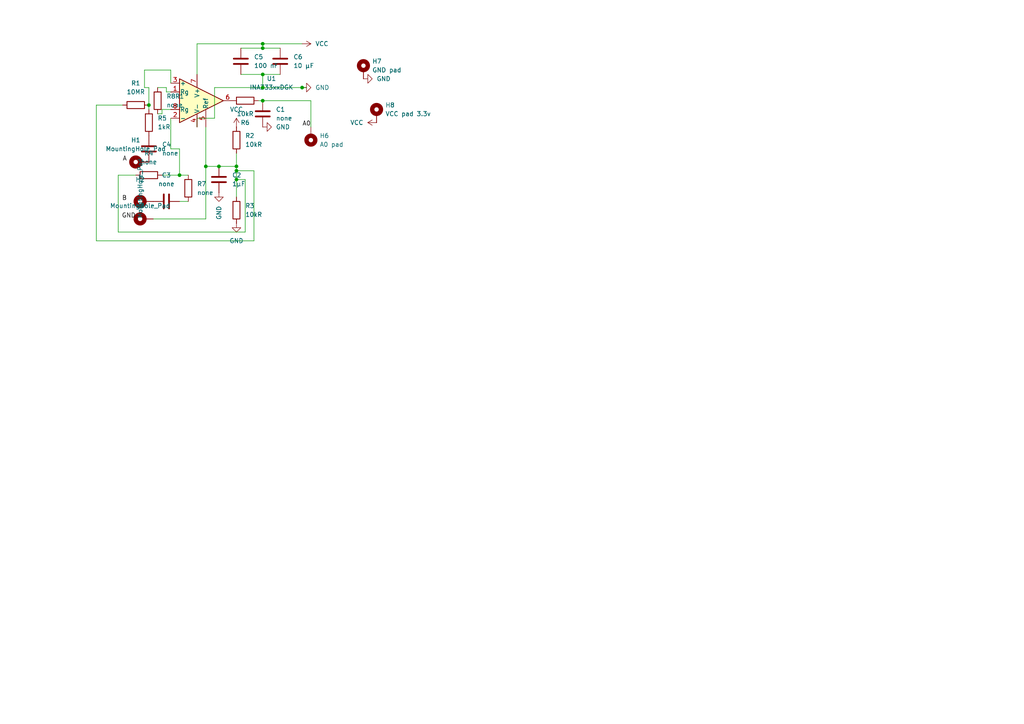
<source format=kicad_sch>
(kicad_sch
	(version 20250114)
	(generator "eeschema")
	(generator_version "9.0")
	(uuid "da7253fd-7f15-407b-9238-63da89b9dcaf")
	(paper "A4")
	(lib_symbols
		(symbol "Amplifier_Instrumentation:INA333xxDGK"
			(pin_names
				(offset 0.127)
			)
			(exclude_from_sim no)
			(in_bom yes)
			(on_board yes)
			(property "Reference" "U"
				(at 3.81 3.175 0)
				(effects
					(font
						(size 1.27 1.27)
					)
					(justify left)
				)
			)
			(property "Value" "INA333xxDGK"
				(at 3.81 -3.175 0)
				(effects
					(font
						(size 1.27 1.27)
					)
					(justify left)
				)
			)
			(property "Footprint" "Package_SO:VSSOP-8_3x3mm_P0.65mm"
				(at 0 -7.62 0)
				(effects
					(font
						(size 1.27 1.27)
					)
					(hide yes)
				)
			)
			(property "Datasheet" "https://www.ti.com/lit/ds/symlink/ina333.pdf"
				(at 2.54 0 0)
				(effects
					(font
						(size 1.27 1.27)
					)
					(hide yes)
				)
			)
			(property "Description" "Zero Drift, Micropower Instrumentation Amplifier G = 1 + 100kOhm/Rg, VSSOP-8"
				(at 0 0 0)
				(effects
					(font
						(size 1.27 1.27)
					)
					(hide yes)
				)
			)
			(property "ki_keywords" "instrumentation opamp amplifier"
				(at 0 0 0)
				(effects
					(font
						(size 1.27 1.27)
					)
					(hide yes)
				)
			)
			(property "ki_fp_filters" "VSSOP*3x3mm*P0.65mm*"
				(at 0 0 0)
				(effects
					(font
						(size 1.27 1.27)
					)
					(hide yes)
				)
			)
			(symbol "INA333xxDGK_0_1"
				(polyline
					(pts
						(xy 7.62 0) (xy -5.08 6.35) (xy -5.08 -6.35) (xy 7.62 0)
					)
					(stroke
						(width 0.254)
						(type default)
					)
					(fill
						(type background)
					)
				)
			)
			(symbol "INA333xxDGK_1_1"
				(pin input line
					(at -7.62 5.08 0)
					(length 2.54)
					(name "+"
						(effects
							(font
								(size 1.27 1.27)
							)
						)
					)
					(number "3"
						(effects
							(font
								(size 1.27 1.27)
							)
						)
					)
				)
				(pin passive line
					(at -7.62 2.54 0)
					(length 2.54)
					(name "Rg"
						(effects
							(font
								(size 1.27 1.27)
							)
						)
					)
					(number "1"
						(effects
							(font
								(size 1.27 1.27)
							)
						)
					)
				)
				(pin passive line
					(at -7.62 -2.54 0)
					(length 2.54)
					(name "Rg"
						(effects
							(font
								(size 1.27 1.27)
							)
						)
					)
					(number "8"
						(effects
							(font
								(size 1.27 1.27)
							)
						)
					)
				)
				(pin input line
					(at -7.62 -5.08 0)
					(length 2.54)
					(name "-"
						(effects
							(font
								(size 1.27 1.27)
							)
						)
					)
					(number "2"
						(effects
							(font
								(size 1.27 1.27)
							)
						)
					)
				)
				(pin power_in line
					(at 0 7.62 270)
					(length 3.81)
					(name "V+"
						(effects
							(font
								(size 1.27 1.27)
							)
						)
					)
					(number "7"
						(effects
							(font
								(size 1.27 1.27)
							)
						)
					)
				)
				(pin power_in line
					(at 0 -7.62 90)
					(length 3.81)
					(name "V-"
						(effects
							(font
								(size 1.27 1.27)
							)
						)
					)
					(number "4"
						(effects
							(font
								(size 1.27 1.27)
							)
						)
					)
				)
				(pin input line
					(at 2.54 -7.62 90)
					(length 5.08)
					(name "Ref"
						(effects
							(font
								(size 1.27 1.27)
							)
						)
					)
					(number "5"
						(effects
							(font
								(size 1.27 1.27)
							)
						)
					)
				)
				(pin output line
					(at 10.16 0 180)
					(length 2.54)
					(name "~"
						(effects
							(font
								(size 1.27 1.27)
							)
						)
					)
					(number "6"
						(effects
							(font
								(size 1.27 1.27)
							)
						)
					)
				)
			)
			(embedded_fonts no)
		)
		(symbol "Device:C"
			(pin_numbers
				(hide yes)
			)
			(pin_names
				(offset 0.254)
			)
			(exclude_from_sim no)
			(in_bom yes)
			(on_board yes)
			(property "Reference" "C"
				(at 0.635 2.54 0)
				(effects
					(font
						(size 1.27 1.27)
					)
					(justify left)
				)
			)
			(property "Value" "C"
				(at 0.635 -2.54 0)
				(effects
					(font
						(size 1.27 1.27)
					)
					(justify left)
				)
			)
			(property "Footprint" ""
				(at 0.9652 -3.81 0)
				(effects
					(font
						(size 1.27 1.27)
					)
					(hide yes)
				)
			)
			(property "Datasheet" "~"
				(at 0 0 0)
				(effects
					(font
						(size 1.27 1.27)
					)
					(hide yes)
				)
			)
			(property "Description" "Unpolarized capacitor"
				(at 0 0 0)
				(effects
					(font
						(size 1.27 1.27)
					)
					(hide yes)
				)
			)
			(property "ki_keywords" "cap capacitor"
				(at 0 0 0)
				(effects
					(font
						(size 1.27 1.27)
					)
					(hide yes)
				)
			)
			(property "ki_fp_filters" "C_*"
				(at 0 0 0)
				(effects
					(font
						(size 1.27 1.27)
					)
					(hide yes)
				)
			)
			(symbol "C_0_1"
				(polyline
					(pts
						(xy -2.032 0.762) (xy 2.032 0.762)
					)
					(stroke
						(width 0.508)
						(type default)
					)
					(fill
						(type none)
					)
				)
				(polyline
					(pts
						(xy -2.032 -0.762) (xy 2.032 -0.762)
					)
					(stroke
						(width 0.508)
						(type default)
					)
					(fill
						(type none)
					)
				)
			)
			(symbol "C_1_1"
				(pin passive line
					(at 0 3.81 270)
					(length 2.794)
					(name "~"
						(effects
							(font
								(size 1.27 1.27)
							)
						)
					)
					(number "1"
						(effects
							(font
								(size 1.27 1.27)
							)
						)
					)
				)
				(pin passive line
					(at 0 -3.81 90)
					(length 2.794)
					(name "~"
						(effects
							(font
								(size 1.27 1.27)
							)
						)
					)
					(number "2"
						(effects
							(font
								(size 1.27 1.27)
							)
						)
					)
				)
			)
			(embedded_fonts no)
		)
		(symbol "Device:R"
			(pin_numbers
				(hide yes)
			)
			(pin_names
				(offset 0)
			)
			(exclude_from_sim no)
			(in_bom yes)
			(on_board yes)
			(property "Reference" "R"
				(at 2.032 0 90)
				(effects
					(font
						(size 1.27 1.27)
					)
				)
			)
			(property "Value" "R"
				(at 0 0 90)
				(effects
					(font
						(size 1.27 1.27)
					)
				)
			)
			(property "Footprint" ""
				(at -1.778 0 90)
				(effects
					(font
						(size 1.27 1.27)
					)
					(hide yes)
				)
			)
			(property "Datasheet" "~"
				(at 0 0 0)
				(effects
					(font
						(size 1.27 1.27)
					)
					(hide yes)
				)
			)
			(property "Description" "Resistor"
				(at 0 0 0)
				(effects
					(font
						(size 1.27 1.27)
					)
					(hide yes)
				)
			)
			(property "ki_keywords" "R res resistor"
				(at 0 0 0)
				(effects
					(font
						(size 1.27 1.27)
					)
					(hide yes)
				)
			)
			(property "ki_fp_filters" "R_*"
				(at 0 0 0)
				(effects
					(font
						(size 1.27 1.27)
					)
					(hide yes)
				)
			)
			(symbol "R_0_1"
				(rectangle
					(start -1.016 -2.54)
					(end 1.016 2.54)
					(stroke
						(width 0.254)
						(type default)
					)
					(fill
						(type none)
					)
				)
			)
			(symbol "R_1_1"
				(pin passive line
					(at 0 3.81 270)
					(length 1.27)
					(name "~"
						(effects
							(font
								(size 1.27 1.27)
							)
						)
					)
					(number "1"
						(effects
							(font
								(size 1.27 1.27)
							)
						)
					)
				)
				(pin passive line
					(at 0 -3.81 90)
					(length 1.27)
					(name "~"
						(effects
							(font
								(size 1.27 1.27)
							)
						)
					)
					(number "2"
						(effects
							(font
								(size 1.27 1.27)
							)
						)
					)
				)
			)
			(embedded_fonts no)
		)
		(symbol "Mechanical:MountingHole_Pad"
			(pin_numbers
				(hide yes)
			)
			(pin_names
				(offset 1.016)
				(hide yes)
			)
			(exclude_from_sim no)
			(in_bom no)
			(on_board yes)
			(property "Reference" "H"
				(at 0 6.35 0)
				(effects
					(font
						(size 1.27 1.27)
					)
				)
			)
			(property "Value" "MountingHole_Pad"
				(at 0 4.445 0)
				(effects
					(font
						(size 1.27 1.27)
					)
				)
			)
			(property "Footprint" ""
				(at 0 0 0)
				(effects
					(font
						(size 1.27 1.27)
					)
					(hide yes)
				)
			)
			(property "Datasheet" "~"
				(at 0 0 0)
				(effects
					(font
						(size 1.27 1.27)
					)
					(hide yes)
				)
			)
			(property "Description" "Mounting Hole with connection"
				(at 0 0 0)
				(effects
					(font
						(size 1.27 1.27)
					)
					(hide yes)
				)
			)
			(property "ki_keywords" "mounting hole"
				(at 0 0 0)
				(effects
					(font
						(size 1.27 1.27)
					)
					(hide yes)
				)
			)
			(property "ki_fp_filters" "MountingHole*Pad*"
				(at 0 0 0)
				(effects
					(font
						(size 1.27 1.27)
					)
					(hide yes)
				)
			)
			(symbol "MountingHole_Pad_0_1"
				(circle
					(center 0 1.27)
					(radius 1.27)
					(stroke
						(width 1.27)
						(type default)
					)
					(fill
						(type none)
					)
				)
			)
			(symbol "MountingHole_Pad_1_1"
				(pin input line
					(at 0 -2.54 90)
					(length 2.54)
					(name "1"
						(effects
							(font
								(size 1.27 1.27)
							)
						)
					)
					(number "1"
						(effects
							(font
								(size 1.27 1.27)
							)
						)
					)
				)
			)
			(embedded_fonts no)
		)
		(symbol "power:GND"
			(power)
			(pin_numbers
				(hide yes)
			)
			(pin_names
				(offset 0)
				(hide yes)
			)
			(exclude_from_sim no)
			(in_bom yes)
			(on_board yes)
			(property "Reference" "#PWR"
				(at 0 -6.35 0)
				(effects
					(font
						(size 1.27 1.27)
					)
					(hide yes)
				)
			)
			(property "Value" "GND"
				(at 0 -3.81 0)
				(effects
					(font
						(size 1.27 1.27)
					)
				)
			)
			(property "Footprint" ""
				(at 0 0 0)
				(effects
					(font
						(size 1.27 1.27)
					)
					(hide yes)
				)
			)
			(property "Datasheet" ""
				(at 0 0 0)
				(effects
					(font
						(size 1.27 1.27)
					)
					(hide yes)
				)
			)
			(property "Description" "Power symbol creates a global label with name \"GND\" , ground"
				(at 0 0 0)
				(effects
					(font
						(size 1.27 1.27)
					)
					(hide yes)
				)
			)
			(property "ki_keywords" "global power"
				(at 0 0 0)
				(effects
					(font
						(size 1.27 1.27)
					)
					(hide yes)
				)
			)
			(symbol "GND_0_1"
				(polyline
					(pts
						(xy 0 0) (xy 0 -1.27) (xy 1.27 -1.27) (xy 0 -2.54) (xy -1.27 -1.27) (xy 0 -1.27)
					)
					(stroke
						(width 0)
						(type default)
					)
					(fill
						(type none)
					)
				)
			)
			(symbol "GND_1_1"
				(pin power_in line
					(at 0 0 270)
					(length 0)
					(name "~"
						(effects
							(font
								(size 1.27 1.27)
							)
						)
					)
					(number "1"
						(effects
							(font
								(size 1.27 1.27)
							)
						)
					)
				)
			)
			(embedded_fonts no)
		)
		(symbol "power:VCC"
			(power)
			(pin_numbers
				(hide yes)
			)
			(pin_names
				(offset 0)
				(hide yes)
			)
			(exclude_from_sim no)
			(in_bom yes)
			(on_board yes)
			(property "Reference" "#PWR"
				(at 0 -3.81 0)
				(effects
					(font
						(size 1.27 1.27)
					)
					(hide yes)
				)
			)
			(property "Value" "VCC"
				(at 0 3.556 0)
				(effects
					(font
						(size 1.27 1.27)
					)
				)
			)
			(property "Footprint" ""
				(at 0 0 0)
				(effects
					(font
						(size 1.27 1.27)
					)
					(hide yes)
				)
			)
			(property "Datasheet" ""
				(at 0 0 0)
				(effects
					(font
						(size 1.27 1.27)
					)
					(hide yes)
				)
			)
			(property "Description" "Power symbol creates a global label with name \"VCC\""
				(at 0 0 0)
				(effects
					(font
						(size 1.27 1.27)
					)
					(hide yes)
				)
			)
			(property "ki_keywords" "global power"
				(at 0 0 0)
				(effects
					(font
						(size 1.27 1.27)
					)
					(hide yes)
				)
			)
			(symbol "VCC_0_1"
				(polyline
					(pts
						(xy -0.762 1.27) (xy 0 2.54)
					)
					(stroke
						(width 0)
						(type default)
					)
					(fill
						(type none)
					)
				)
				(polyline
					(pts
						(xy 0 2.54) (xy 0.762 1.27)
					)
					(stroke
						(width 0)
						(type default)
					)
					(fill
						(type none)
					)
				)
				(polyline
					(pts
						(xy 0 0) (xy 0 2.54)
					)
					(stroke
						(width 0)
						(type default)
					)
					(fill
						(type none)
					)
				)
			)
			(symbol "VCC_1_1"
				(pin power_in line
					(at 0 0 90)
					(length 0)
					(name "~"
						(effects
							(font
								(size 1.27 1.27)
							)
						)
					)
					(number "1"
						(effects
							(font
								(size 1.27 1.27)
							)
						)
					)
				)
			)
			(embedded_fonts no)
		)
	)
	(junction
		(at 52.07 50.8)
		(diameter 0)
		(color 0 0 0 0)
		(uuid "16e543bf-95bc-43c1-a938-56b7cece2922")
	)
	(junction
		(at 76.2 29.21)
		(diameter 0)
		(color 0 0 0 0)
		(uuid "36457506-3f04-4ca5-a742-b10cfc8581e0")
	)
	(junction
		(at 76.2 13.97)
		(diameter 0)
		(color 0 0 0 0)
		(uuid "3f909286-163b-42a5-92d1-1f6003ba15be")
	)
	(junction
		(at 76.2 21.59)
		(diameter 0)
		(color 0 0 0 0)
		(uuid "40e5fe75-b018-4449-907a-b4a18eb22298")
	)
	(junction
		(at 63.5 48.26)
		(diameter 0)
		(color 0 0 0 0)
		(uuid "581b5caa-edad-4191-8450-0c05f4b09a75")
	)
	(junction
		(at 68.58 48.26)
		(diameter 0)
		(color 0 0 0 0)
		(uuid "849d05e3-98f1-4222-af7e-00874bb77375")
	)
	(junction
		(at 59.69 48.26)
		(diameter 0)
		(color 0 0 0 0)
		(uuid "8aa43707-11dc-474c-b8c2-608402b11791")
	)
	(junction
		(at 68.58 52.07)
		(diameter 0)
		(color 0 0 0 0)
		(uuid "8d73cf4d-3bc8-48b6-9011-77183719d3a1")
	)
	(junction
		(at 76.2 25.4)
		(diameter 0)
		(color 0 0 0 0)
		(uuid "9d958e77-74b7-4484-96ed-b5313d37fc51")
	)
	(junction
		(at 68.58 49.53)
		(diameter 0)
		(color 0 0 0 0)
		(uuid "a0a95290-5735-4ea9-936a-dc01827be10e")
	)
	(junction
		(at 76.2 12.7)
		(diameter 0)
		(color 0 0 0 0)
		(uuid "a3101471-6fd5-438a-b5b4-69580a8c93d8")
	)
	(junction
		(at 43.18 30.48)
		(diameter 0)
		(color 0 0 0 0)
		(uuid "c7885d5c-2540-4d11-9de1-2962328853cf")
	)
	(junction
		(at 87.63 25.4)
		(diameter 0)
		(color 0 0 0 0)
		(uuid "e55c7390-006e-433d-a2a7-920e1271fc16")
	)
	(wire
		(pts
			(xy 57.15 12.7) (xy 76.2 12.7)
		)
		(stroke
			(width 0)
			(type default)
		)
		(uuid "0df71d9d-88f4-43a5-83a3-9a7f9691954a")
	)
	(wire
		(pts
			(xy 71.12 52.07) (xy 68.58 52.07)
		)
		(stroke
			(width 0)
			(type default)
		)
		(uuid "165d4604-b4dd-4b8f-bc07-e9c192aafd53")
	)
	(wire
		(pts
			(xy 43.18 30.48) (xy 43.18 25.4)
		)
		(stroke
			(width 0)
			(type default)
		)
		(uuid "19aedd48-3590-4b9e-aa2f-4247712e32b8")
	)
	(wire
		(pts
			(xy 76.2 21.59) (xy 81.28 21.59)
		)
		(stroke
			(width 0)
			(type default)
		)
		(uuid "1ea0b9b3-f7a4-4f1d-be62-4b201ead4abe")
	)
	(wire
		(pts
			(xy 59.69 36.83) (xy 59.69 48.26)
		)
		(stroke
			(width 0)
			(type default)
		)
		(uuid "24cd9870-40f0-4949-865b-c4aa13304690")
	)
	(wire
		(pts
			(xy 68.58 44.45) (xy 68.58 48.26)
		)
		(stroke
			(width 0)
			(type default)
		)
		(uuid "25bbb451-ba21-4419-a8bf-3cc567aae34d")
	)
	(wire
		(pts
			(xy 43.18 30.48) (xy 43.18 31.75)
		)
		(stroke
			(width 0)
			(type default)
		)
		(uuid "26d0737c-b515-4063-87b7-4f59572728b7")
	)
	(wire
		(pts
			(xy 43.18 25.4) (xy 41.91 25.4)
		)
		(stroke
			(width 0)
			(type default)
		)
		(uuid "2a53880f-6d86-4bf9-a92f-44d937addc68")
	)
	(wire
		(pts
			(xy 76.2 29.21) (xy 90.17 29.21)
		)
		(stroke
			(width 0)
			(type default)
		)
		(uuid "2afb9499-4d92-4e8e-aa29-9904b51bc011")
	)
	(wire
		(pts
			(xy 52.07 43.18) (xy 52.07 50.8)
		)
		(stroke
			(width 0)
			(type default)
		)
		(uuid "2d3ea80a-1aea-4342-b009-8118e8ce60dd")
	)
	(wire
		(pts
			(xy 49.53 26.67) (xy 48.26 26.67)
		)
		(stroke
			(width 0)
			(type default)
		)
		(uuid "2e81ce41-132d-441e-a5f7-4b7bec002634")
	)
	(wire
		(pts
			(xy 76.2 21.59) (xy 76.2 25.4)
		)
		(stroke
			(width 0)
			(type default)
		)
		(uuid "30108d26-ca4e-4e02-b655-f5001e21d5e5")
	)
	(wire
		(pts
			(xy 62.23 34.29) (xy 62.23 25.4)
		)
		(stroke
			(width 0)
			(type default)
		)
		(uuid "395b2a40-8934-4dcf-b73d-389fe6758742")
	)
	(wire
		(pts
			(xy 68.58 52.07) (xy 68.58 57.15)
		)
		(stroke
			(width 0)
			(type default)
		)
		(uuid "39d20c67-ead7-4afc-8a87-066a0c929c8b")
	)
	(wire
		(pts
			(xy 34.29 67.31) (xy 71.12 67.31)
		)
		(stroke
			(width 0)
			(type default)
		)
		(uuid "3a304420-2fc4-4e3e-9300-1ffc707666ed")
	)
	(wire
		(pts
			(xy 59.69 48.26) (xy 59.69 63.5)
		)
		(stroke
			(width 0)
			(type default)
		)
		(uuid "3a96d6c1-0219-4943-a733-b821cdaa72c0")
	)
	(wire
		(pts
			(xy 76.2 12.7) (xy 76.2 13.97)
		)
		(stroke
			(width 0)
			(type default)
		)
		(uuid "3c634707-29b3-4332-9a23-4781c197e6c6")
	)
	(wire
		(pts
			(xy 34.29 50.8) (xy 34.29 67.31)
		)
		(stroke
			(width 0)
			(type default)
		)
		(uuid "4240dd07-f5cd-4b5b-a1e3-5c8c0d29cd32")
	)
	(wire
		(pts
			(xy 27.94 30.48) (xy 27.94 69.85)
		)
		(stroke
			(width 0)
			(type default)
		)
		(uuid "4de0a93f-12a2-4b2b-9762-0e83ff6e90f1")
	)
	(wire
		(pts
			(xy 46.99 33.02) (xy 45.72 33.02)
		)
		(stroke
			(width 0)
			(type default)
		)
		(uuid "54750c97-57ca-476d-a065-53b7c07f7011")
	)
	(wire
		(pts
			(xy 68.58 49.53) (xy 68.58 52.07)
		)
		(stroke
			(width 0)
			(type default)
		)
		(uuid "585ee5f9-8f3e-495c-85ed-54e07f000f67")
	)
	(wire
		(pts
			(xy 63.5 48.26) (xy 68.58 48.26)
		)
		(stroke
			(width 0)
			(type default)
		)
		(uuid "59139be1-5b0f-41dc-861b-9330889c3457")
	)
	(wire
		(pts
			(xy 46.99 50.8) (xy 52.07 50.8)
		)
		(stroke
			(width 0)
			(type default)
		)
		(uuid "5ca175b9-7026-4e97-9d17-b1e987767540")
	)
	(wire
		(pts
			(xy 46.99 31.75) (xy 46.99 33.02)
		)
		(stroke
			(width 0)
			(type default)
		)
		(uuid "68aaf79a-7a8c-475b-9a0e-14cc153134b1")
	)
	(wire
		(pts
			(xy 76.2 25.4) (xy 87.63 25.4)
		)
		(stroke
			(width 0)
			(type default)
		)
		(uuid "6a5ba2c7-5309-45ae-b09e-00cf96c0c80f")
	)
	(wire
		(pts
			(xy 59.69 48.26) (xy 63.5 48.26)
		)
		(stroke
			(width 0)
			(type default)
		)
		(uuid "76f80796-09af-4689-837c-ae6c23fcd4a9")
	)
	(wire
		(pts
			(xy 52.07 43.18) (xy 49.53 43.18)
		)
		(stroke
			(width 0)
			(type default)
		)
		(uuid "795d79e9-76eb-4a15-a93a-066a223ab543")
	)
	(wire
		(pts
			(xy 76.2 12.7) (xy 87.63 12.7)
		)
		(stroke
			(width 0)
			(type default)
		)
		(uuid "84f3f77a-3130-41c7-9db2-ea6ae15dc932")
	)
	(wire
		(pts
			(xy 52.07 50.8) (xy 54.61 50.8)
		)
		(stroke
			(width 0)
			(type default)
		)
		(uuid "8cf11255-6ee5-474b-89c1-c663ccf190c8")
	)
	(wire
		(pts
			(xy 69.85 13.97) (xy 76.2 13.97)
		)
		(stroke
			(width 0)
			(type default)
		)
		(uuid "93653085-c422-4f8b-9114-32e0a78a5fb7")
	)
	(wire
		(pts
			(xy 41.91 20.32) (xy 49.53 20.32)
		)
		(stroke
			(width 0)
			(type default)
		)
		(uuid "9770c7b6-1d9d-4092-a16c-d6b9105dd859")
	)
	(wire
		(pts
			(xy 52.07 58.42) (xy 54.61 58.42)
		)
		(stroke
			(width 0)
			(type default)
		)
		(uuid "9a36bfb7-a3a2-46ff-a314-5cb0d10c0588")
	)
	(wire
		(pts
			(xy 39.37 50.8) (xy 34.29 50.8)
		)
		(stroke
			(width 0)
			(type default)
		)
		(uuid "a2225474-910e-4e26-83dd-6d7bb62bcbd5")
	)
	(wire
		(pts
			(xy 76.2 13.97) (xy 81.28 13.97)
		)
		(stroke
			(width 0)
			(type default)
		)
		(uuid "a3b9e3af-1aef-44bc-91d8-21b72bf4e61a")
	)
	(wire
		(pts
			(xy 74.93 29.21) (xy 76.2 29.21)
		)
		(stroke
			(width 0)
			(type default)
		)
		(uuid "a8dd3d25-f7b4-4a44-9a9d-79836e264aa9")
	)
	(wire
		(pts
			(xy 35.56 30.48) (xy 27.94 30.48)
		)
		(stroke
			(width 0)
			(type default)
		)
		(uuid "abc890ab-1790-4a7f-b4fd-47eed03e832d")
	)
	(wire
		(pts
			(xy 41.91 25.4) (xy 41.91 20.32)
		)
		(stroke
			(width 0)
			(type default)
		)
		(uuid "b0729d31-d50a-4e4a-ac4f-72d653d05d4f")
	)
	(wire
		(pts
			(xy 57.15 36.83) (xy 57.15 34.29)
		)
		(stroke
			(width 0)
			(type default)
		)
		(uuid "b45425cf-3117-478d-80ae-6e3cc2e055dd")
	)
	(wire
		(pts
			(xy 49.53 34.29) (xy 49.53 43.18)
		)
		(stroke
			(width 0)
			(type default)
		)
		(uuid "b9559bb4-c893-4037-9f39-7d5936b6aaf6")
	)
	(wire
		(pts
			(xy 73.66 69.85) (xy 73.66 49.53)
		)
		(stroke
			(width 0)
			(type default)
		)
		(uuid "c5007acd-3712-40f0-82ee-15bb9dd6b816")
	)
	(wire
		(pts
			(xy 71.12 67.31) (xy 71.12 52.07)
		)
		(stroke
			(width 0)
			(type default)
		)
		(uuid "c5b088c1-ca35-46f4-9bf9-12c5e860278a")
	)
	(wire
		(pts
			(xy 57.15 34.29) (xy 62.23 34.29)
		)
		(stroke
			(width 0)
			(type default)
		)
		(uuid "c941424a-ad6a-4386-8a55-1ce12f7e98e9")
	)
	(wire
		(pts
			(xy 48.26 25.4) (xy 45.72 25.4)
		)
		(stroke
			(width 0)
			(type default)
		)
		(uuid "cd8be7a7-3713-4010-9f9f-788e2fd029df")
	)
	(wire
		(pts
			(xy 49.53 20.32) (xy 49.53 24.13)
		)
		(stroke
			(width 0)
			(type default)
		)
		(uuid "cf0fce16-b5cd-4646-bf9e-e2330c5356cc")
	)
	(wire
		(pts
			(xy 48.26 26.67) (xy 48.26 25.4)
		)
		(stroke
			(width 0)
			(type default)
		)
		(uuid "cf2f37e5-96e3-4c16-84f9-c92116f4e247")
	)
	(wire
		(pts
			(xy 90.17 29.21) (xy 90.17 36.83)
		)
		(stroke
			(width 0)
			(type default)
		)
		(uuid "d0320186-3704-41a0-b234-e9a4df2e85f5")
	)
	(wire
		(pts
			(xy 69.85 21.59) (xy 76.2 21.59)
		)
		(stroke
			(width 0)
			(type default)
		)
		(uuid "d78bc652-2734-44ea-be08-b95091f29312")
	)
	(wire
		(pts
			(xy 62.23 25.4) (xy 76.2 25.4)
		)
		(stroke
			(width 0)
			(type default)
		)
		(uuid "d879ba2c-1da2-450d-a9ff-8c7560770380")
	)
	(wire
		(pts
			(xy 27.94 69.85) (xy 73.66 69.85)
		)
		(stroke
			(width 0)
			(type default)
		)
		(uuid "dd150c16-9a6b-407f-add4-96bf5a59cdd8")
	)
	(wire
		(pts
			(xy 57.15 12.7) (xy 57.15 21.59)
		)
		(stroke
			(width 0)
			(type default)
		)
		(uuid "e285d921-904e-4b7f-83ad-22a9406eb72b")
	)
	(wire
		(pts
			(xy 73.66 49.53) (xy 68.58 49.53)
		)
		(stroke
			(width 0)
			(type default)
		)
		(uuid "e68c0b4c-e561-4dc4-b4b8-0c942316498f")
	)
	(wire
		(pts
			(xy 49.53 31.75) (xy 46.99 31.75)
		)
		(stroke
			(width 0)
			(type default)
		)
		(uuid "ee2bbb13-577b-4c61-9289-81f34323bde1")
	)
	(wire
		(pts
			(xy 88.9 25.4) (xy 87.63 25.4)
		)
		(stroke
			(width 0)
			(type default)
		)
		(uuid "eecc9eb1-b13b-45f4-97ab-751ca7737893")
	)
	(wire
		(pts
			(xy 68.58 48.26) (xy 68.58 49.53)
		)
		(stroke
			(width 0)
			(type default)
		)
		(uuid "f12be941-1072-482c-9b18-e54dbe17530e")
	)
	(wire
		(pts
			(xy 44.45 63.5) (xy 59.69 63.5)
		)
		(stroke
			(width 0)
			(type default)
		)
		(uuid "ff717fd8-7122-41ff-bc8b-25a07831c231")
	)
	(label "GND"
		(at 39.37 63.5 180)
		(effects
			(font
				(size 1.27 1.27)
			)
			(justify right bottom)
		)
		(uuid "01666c32-7903-42b6-a819-419ab29da197")
	)
	(label "A"
		(at 36.83 46.99 180)
		(effects
			(font
				(size 1.27 1.27)
			)
			(justify right bottom)
		)
		(uuid "133b96e1-e2d9-4cdc-935f-f57f1848972f")
	)
	(label "B"
		(at 36.83 58.42 180)
		(effects
			(font
				(size 1.27 1.27)
			)
			(justify right bottom)
		)
		(uuid "c7389b8b-74a0-4c68-90a1-f2a7a83d2402")
	)
	(label "A0"
		(at 90.17 36.83 180)
		(effects
			(font
				(size 1.27 1.27)
			)
			(justify right bottom)
		)
		(uuid "ebe36101-f4a8-4083-b0d9-fb059be84b60")
	)
	(symbol
		(lib_id "Device:R")
		(at 71.12 29.21 270)
		(unit 1)
		(exclude_from_sim no)
		(in_bom yes)
		(on_board yes)
		(dnp no)
		(uuid "14a17427-cd5b-4b55-b7f2-476287f9f638")
		(property "Reference" "R6"
			(at 71.12 35.56 90)
			(effects
				(font
					(size 1.27 1.27)
				)
			)
		)
		(property "Value" "10kR"
			(at 71.12 33.02 90)
			(effects
				(font
					(size 1.27 1.27)
				)
			)
		)
		(property "Footprint" "Resistor_SMD:R_0805_2012Metric_Pad1.20x1.40mm_HandSolder"
			(at 71.12 27.432 90)
			(effects
				(font
					(size 1.27 1.27)
				)
				(hide yes)
			)
		)
		(property "Datasheet" "~"
			(at 71.12 29.21 0)
			(effects
				(font
					(size 1.27 1.27)
				)
				(hide yes)
			)
		)
		(property "Description" "Resistor"
			(at 71.12 29.21 0)
			(effects
				(font
					(size 1.27 1.27)
				)
				(hide yes)
			)
		)
		(pin "1"
			(uuid "c46b7c1a-773f-4289-9539-c4ccb4f40574")
		)
		(pin "2"
			(uuid "57359060-4356-405c-b59b-79f03e000926")
		)
		(instances
			(project ""
				(path "/da7253fd-7f15-407b-9238-63da89b9dcaf"
					(reference "R6")
					(unit 1)
				)
			)
		)
	)
	(symbol
		(lib_id "Device:C")
		(at 48.26 58.42 90)
		(unit 1)
		(exclude_from_sim no)
		(in_bom yes)
		(on_board yes)
		(dnp no)
		(fields_autoplaced yes)
		(uuid "17d4fcc4-95b5-4cdc-8c40-4ebd0ace9ef1")
		(property "Reference" "C3"
			(at 48.26 50.8 90)
			(effects
				(font
					(size 1.27 1.27)
				)
			)
		)
		(property "Value" "none"
			(at 48.26 53.34 90)
			(effects
				(font
					(size 1.27 1.27)
				)
			)
		)
		(property "Footprint" "Capacitor_SMD:C_0805_2012Metric_Pad1.18x1.45mm_HandSolder"
			(at 52.07 57.4548 0)
			(effects
				(font
					(size 1.27 1.27)
				)
				(hide yes)
			)
		)
		(property "Datasheet" "~"
			(at 48.26 58.42 0)
			(effects
				(font
					(size 1.27 1.27)
				)
				(hide yes)
			)
		)
		(property "Description" "Unpolarized capacitor"
			(at 48.26 58.42 0)
			(effects
				(font
					(size 1.27 1.27)
				)
				(hide yes)
			)
		)
		(pin "1"
			(uuid "b95b4cf2-067a-4b0e-a896-49dd6bfdbaa3")
		)
		(pin "2"
			(uuid "277e717e-6d04-4ce1-a196-ffc236fd3ce9")
		)
		(instances
			(project ""
				(path "/da7253fd-7f15-407b-9238-63da89b9dcaf"
					(reference "C3")
					(unit 1)
				)
			)
		)
	)
	(symbol
		(lib_id "power:VCC")
		(at 68.58 36.83 0)
		(unit 1)
		(exclude_from_sim no)
		(in_bom yes)
		(on_board yes)
		(dnp no)
		(fields_autoplaced yes)
		(uuid "185f3ae8-7703-4787-ab32-fbcd5b39ba06")
		(property "Reference" "#PWR02"
			(at 68.58 40.64 0)
			(effects
				(font
					(size 1.27 1.27)
				)
				(hide yes)
			)
		)
		(property "Value" "VCC"
			(at 68.58 31.75 0)
			(effects
				(font
					(size 1.27 1.27)
				)
			)
		)
		(property "Footprint" ""
			(at 68.58 36.83 0)
			(effects
				(font
					(size 1.27 1.27)
				)
				(hide yes)
			)
		)
		(property "Datasheet" ""
			(at 68.58 36.83 0)
			(effects
				(font
					(size 1.27 1.27)
				)
				(hide yes)
			)
		)
		(property "Description" "Power symbol creates a global label with name \"VCC\""
			(at 68.58 36.83 0)
			(effects
				(font
					(size 1.27 1.27)
				)
				(hide yes)
			)
		)
		(pin "1"
			(uuid "bf137054-2d71-4e03-a35b-da312fd9ca0e")
		)
		(instances
			(project ""
				(path "/da7253fd-7f15-407b-9238-63da89b9dcaf"
					(reference "#PWR02")
					(unit 1)
				)
			)
		)
	)
	(symbol
		(lib_id "power:GND")
		(at 76.2 36.83 90)
		(unit 1)
		(exclude_from_sim no)
		(in_bom yes)
		(on_board yes)
		(dnp no)
		(fields_autoplaced yes)
		(uuid "1f2789e3-56c2-4929-ad81-1925254c3661")
		(property "Reference" "#PWR07"
			(at 82.55 36.83 0)
			(effects
				(font
					(size 1.27 1.27)
				)
				(hide yes)
			)
		)
		(property "Value" "GND"
			(at 80.01 36.8299 90)
			(effects
				(font
					(size 1.27 1.27)
				)
				(justify right)
			)
		)
		(property "Footprint" ""
			(at 76.2 36.83 0)
			(effects
				(font
					(size 1.27 1.27)
				)
				(hide yes)
			)
		)
		(property "Datasheet" ""
			(at 76.2 36.83 0)
			(effects
				(font
					(size 1.27 1.27)
				)
				(hide yes)
			)
		)
		(property "Description" "Power symbol creates a global label with name \"GND\" , ground"
			(at 76.2 36.83 0)
			(effects
				(font
					(size 1.27 1.27)
				)
				(hide yes)
			)
		)
		(pin "1"
			(uuid "0c0a3697-cb51-4879-bb03-6ead49075909")
		)
		(instances
			(project ""
				(path "/da7253fd-7f15-407b-9238-63da89b9dcaf"
					(reference "#PWR07")
					(unit 1)
				)
			)
		)
	)
	(symbol
		(lib_id "Device:C")
		(at 81.28 17.78 0)
		(unit 1)
		(exclude_from_sim no)
		(in_bom yes)
		(on_board yes)
		(dnp no)
		(fields_autoplaced yes)
		(uuid "3d062985-42b7-4fca-ae39-52028a896710")
		(property "Reference" "C6"
			(at 85.09 16.5099 0)
			(effects
				(font
					(size 1.27 1.27)
				)
				(justify left)
			)
		)
		(property "Value" "10 µF"
			(at 85.09 19.0499 0)
			(effects
				(font
					(size 1.27 1.27)
				)
				(justify left)
			)
		)
		(property "Footprint" "Capacitor_SMD:C_0805_2012Metric_Pad1.18x1.45mm_HandSolder"
			(at 82.2452 21.59 0)
			(effects
				(font
					(size 1.27 1.27)
				)
				(hide yes)
			)
		)
		(property "Datasheet" "~"
			(at 81.28 17.78 0)
			(effects
				(font
					(size 1.27 1.27)
				)
				(hide yes)
			)
		)
		(property "Description" "Unpolarized capacitor"
			(at 81.28 17.78 0)
			(effects
				(font
					(size 1.27 1.27)
				)
				(hide yes)
			)
		)
		(pin "2"
			(uuid "2492f101-301e-49a0-b7cb-5275092749d7")
		)
		(pin "1"
			(uuid "0fc18e54-90b6-4cef-85c8-98d5b905b174")
		)
		(instances
			(project ""
				(path "/da7253fd-7f15-407b-9238-63da89b9dcaf"
					(reference "C6")
					(unit 1)
				)
			)
		)
	)
	(symbol
		(lib_id "Device:R")
		(at 68.58 40.64 180)
		(unit 1)
		(exclude_from_sim no)
		(in_bom yes)
		(on_board yes)
		(dnp no)
		(uuid "3d664b7e-4abe-42eb-b1d6-138baed12834")
		(property "Reference" "R2"
			(at 71.12 39.3699 0)
			(effects
				(font
					(size 1.27 1.27)
				)
				(justify right)
			)
		)
		(property "Value" "10kR"
			(at 71.12 41.9099 0)
			(effects
				(font
					(size 1.27 1.27)
				)
				(justify right)
			)
		)
		(property "Footprint" "Resistor_SMD:R_0805_2012Metric_Pad1.20x1.40mm_HandSolder"
			(at 70.358 40.64 90)
			(effects
				(font
					(size 1.27 1.27)
				)
				(hide yes)
			)
		)
		(property "Datasheet" "~"
			(at 68.58 40.64 0)
			(effects
				(font
					(size 1.27 1.27)
				)
				(hide yes)
			)
		)
		(property "Description" "Resistor"
			(at 68.58 40.64 0)
			(effects
				(font
					(size 1.27 1.27)
				)
				(hide yes)
			)
		)
		(pin "2"
			(uuid "33be24ca-9e12-4fe9-857b-278c0f5ee0f0")
		)
		(pin "1"
			(uuid "27088c53-f7b6-4955-8866-a0bd54db7ecf")
		)
		(instances
			(project "Limelight"
				(path "/da7253fd-7f15-407b-9238-63da89b9dcaf"
					(reference "R2")
					(unit 1)
				)
			)
		)
	)
	(symbol
		(lib_id "Mechanical:MountingHole_Pad")
		(at 40.64 46.99 90)
		(unit 1)
		(exclude_from_sim no)
		(in_bom no)
		(on_board yes)
		(dnp no)
		(fields_autoplaced yes)
		(uuid "3db7c8dc-501e-4e0a-8480-e73d132d23f0")
		(property "Reference" "H1"
			(at 39.37 40.64 90)
			(effects
				(font
					(size 1.27 1.27)
				)
			)
		)
		(property "Value" "MountingHole_Pad"
			(at 39.37 43.18 90)
			(effects
				(font
					(size 1.27 1.27)
				)
			)
		)
		(property "Footprint" "TestPoint:TestPoint_THTPad_4.0x4.0mm_Drill2.0mm"
			(at 40.64 46.99 0)
			(effects
				(font
					(size 1.27 1.27)
				)
				(hide yes)
			)
		)
		(property "Datasheet" "~"
			(at 40.64 46.99 0)
			(effects
				(font
					(size 1.27 1.27)
				)
				(hide yes)
			)
		)
		(property "Description" "Mounting Hole with connection"
			(at 40.64 46.99 0)
			(effects
				(font
					(size 1.27 1.27)
				)
				(hide yes)
			)
		)
		(pin "1"
			(uuid "67e36a7f-22e5-4ba8-b3c4-ad64b9517c38")
		)
		(instances
			(project ""
				(path "/da7253fd-7f15-407b-9238-63da89b9dcaf"
					(reference "H1")
					(unit 1)
				)
			)
		)
	)
	(symbol
		(lib_id "Mechanical:MountingHole_Pad")
		(at 105.41 20.32 0)
		(unit 1)
		(exclude_from_sim no)
		(in_bom no)
		(on_board yes)
		(dnp no)
		(fields_autoplaced yes)
		(uuid "4056102d-df53-4454-aa4c-44a5b848ae78")
		(property "Reference" "H7"
			(at 107.95 17.7799 0)
			(effects
				(font
					(size 1.27 1.27)
				)
				(justify left)
			)
		)
		(property "Value" "GND pad"
			(at 107.95 20.3199 0)
			(effects
				(font
					(size 1.27 1.27)
				)
				(justify left)
			)
		)
		(property "Footprint" "TestPoint:TestPoint_THTPad_2.0x2.0mm_Drill1.0mm"
			(at 105.41 20.32 0)
			(effects
				(font
					(size 1.27 1.27)
				)
				(hide yes)
			)
		)
		(property "Datasheet" "~"
			(at 105.41 20.32 0)
			(effects
				(font
					(size 1.27 1.27)
				)
				(hide yes)
			)
		)
		(property "Description" "Mounting Hole with connection"
			(at 105.41 20.32 0)
			(effects
				(font
					(size 1.27 1.27)
				)
				(hide yes)
			)
		)
		(pin "1"
			(uuid "9762d272-3f23-41fc-bd70-e91b692f433a")
		)
		(instances
			(project ""
				(path "/da7253fd-7f15-407b-9238-63da89b9dcaf"
					(reference "H7")
					(unit 1)
				)
			)
		)
	)
	(symbol
		(lib_id "Device:C")
		(at 69.85 17.78 0)
		(unit 1)
		(exclude_from_sim no)
		(in_bom yes)
		(on_board yes)
		(dnp no)
		(uuid "427e8515-9cff-49ba-9a95-f718c94c2546")
		(property "Reference" "C5"
			(at 73.66 16.5099 0)
			(effects
				(font
					(size 1.27 1.27)
				)
				(justify left)
			)
		)
		(property "Value" "100 nF"
			(at 73.66 19.0499 0)
			(effects
				(font
					(size 1.27 1.27)
				)
				(justify left)
			)
		)
		(property "Footprint" "Capacitor_SMD:C_0805_2012Metric_Pad1.18x1.45mm_HandSolder"
			(at 70.8152 21.59 0)
			(effects
				(font
					(size 1.27 1.27)
				)
				(hide yes)
			)
		)
		(property "Datasheet" "~"
			(at 69.85 17.78 0)
			(effects
				(font
					(size 1.27 1.27)
				)
				(hide yes)
			)
		)
		(property "Description" "Unpolarized capacitor"
			(at 69.85 17.78 0)
			(effects
				(font
					(size 1.27 1.27)
				)
				(hide yes)
			)
		)
		(pin "2"
			(uuid "6f85d606-3398-4e4e-8829-dcefe9e34302")
		)
		(pin "1"
			(uuid "01ecd46c-0d65-42d6-a449-a5d38b5703e1")
		)
		(instances
			(project "Limelight"
				(path "/da7253fd-7f15-407b-9238-63da89b9dcaf"
					(reference "C5")
					(unit 1)
				)
			)
		)
	)
	(symbol
		(lib_id "Device:R")
		(at 68.58 60.96 180)
		(unit 1)
		(exclude_from_sim no)
		(in_bom yes)
		(on_board yes)
		(dnp no)
		(uuid "43c40edc-4713-4323-905d-e3c5ca9a70d8")
		(property "Reference" "R3"
			(at 71.12 59.6899 0)
			(effects
				(font
					(size 1.27 1.27)
				)
				(justify right)
			)
		)
		(property "Value" "10kR"
			(at 71.12 62.2299 0)
			(effects
				(font
					(size 1.27 1.27)
				)
				(justify right)
			)
		)
		(property "Footprint" "Resistor_SMD:R_0805_2012Metric_Pad1.20x1.40mm_HandSolder"
			(at 70.358 60.96 90)
			(effects
				(font
					(size 1.27 1.27)
				)
				(hide yes)
			)
		)
		(property "Datasheet" "~"
			(at 68.58 60.96 0)
			(effects
				(font
					(size 1.27 1.27)
				)
				(hide yes)
			)
		)
		(property "Description" "Resistor"
			(at 68.58 60.96 0)
			(effects
				(font
					(size 1.27 1.27)
				)
				(hide yes)
			)
		)
		(pin "2"
			(uuid "d08aba7b-512c-41ff-981b-8c558a5ea328")
		)
		(pin "1"
			(uuid "55eb78a0-afcc-4cce-9069-73263e55f957")
		)
		(instances
			(project "Limelight"
				(path "/da7253fd-7f15-407b-9238-63da89b9dcaf"
					(reference "R3")
					(unit 1)
				)
			)
		)
	)
	(symbol
		(lib_id "Mechanical:MountingHole_Pad")
		(at 109.22 33.02 0)
		(unit 1)
		(exclude_from_sim no)
		(in_bom no)
		(on_board yes)
		(dnp no)
		(fields_autoplaced yes)
		(uuid "630c64ab-b1b7-4dca-8745-0387195bc5d5")
		(property "Reference" "H8"
			(at 111.76 30.4799 0)
			(effects
				(font
					(size 1.27 1.27)
				)
				(justify left)
			)
		)
		(property "Value" "VCC pad 3.3v"
			(at 111.76 33.0199 0)
			(effects
				(font
					(size 1.27 1.27)
				)
				(justify left)
			)
		)
		(property "Footprint" "TestPoint:TestPoint_THTPad_2.0x2.0mm_Drill1.0mm"
			(at 109.22 33.02 0)
			(effects
				(font
					(size 1.27 1.27)
				)
				(hide yes)
			)
		)
		(property "Datasheet" "~"
			(at 109.22 33.02 0)
			(effects
				(font
					(size 1.27 1.27)
				)
				(hide yes)
			)
		)
		(property "Description" "Mounting Hole with connection"
			(at 109.22 33.02 0)
			(effects
				(font
					(size 1.27 1.27)
				)
				(hide yes)
			)
		)
		(pin "1"
			(uuid "ed2ec2b3-2149-46c5-ba56-85c52ede49c1")
		)
		(instances
			(project ""
				(path "/da7253fd-7f15-407b-9238-63da89b9dcaf"
					(reference "H8")
					(unit 1)
				)
			)
		)
	)
	(symbol
		(lib_id "Mechanical:MountingHole_Pad")
		(at 41.91 58.42 90)
		(unit 1)
		(exclude_from_sim no)
		(in_bom no)
		(on_board yes)
		(dnp no)
		(uuid "6458c818-2600-41f9-9375-6e1fc6e9b8dd")
		(property "Reference" "H2"
			(at 40.64 52.07 90)
			(effects
				(font
					(size 1.27 1.27)
				)
			)
		)
		(property "Value" "MountingHole_Pad"
			(at 40.64 54.61 0)
			(effects
				(font
					(size 1.27 1.27)
				)
			)
		)
		(property "Footprint" "TestPoint:TestPoint_THTPad_4.0x4.0mm_Drill2.0mm"
			(at 41.91 58.42 0)
			(effects
				(font
					(size 1.27 1.27)
				)
				(hide yes)
			)
		)
		(property "Datasheet" "~"
			(at 41.91 58.42 0)
			(effects
				(font
					(size 1.27 1.27)
				)
				(hide yes)
			)
		)
		(property "Description" "Mounting Hole with connection"
			(at 41.91 58.42 0)
			(effects
				(font
					(size 1.27 1.27)
				)
				(hide yes)
			)
		)
		(pin "1"
			(uuid "dd898f4e-5462-4480-9b1c-777231e09b48")
		)
		(instances
			(project ""
				(path "/da7253fd-7f15-407b-9238-63da89b9dcaf"
					(reference "H2")
					(unit 1)
				)
			)
		)
	)
	(symbol
		(lib_id "Device:C")
		(at 76.2 33.02 0)
		(unit 1)
		(exclude_from_sim no)
		(in_bom yes)
		(on_board yes)
		(dnp no)
		(fields_autoplaced yes)
		(uuid "66eaeeca-1e12-4d4a-ba67-de9a6f77a40f")
		(property "Reference" "C1"
			(at 80.01 31.7499 0)
			(effects
				(font
					(size 1.27 1.27)
				)
				(justify left)
			)
		)
		(property "Value" "none"
			(at 80.01 34.2899 0)
			(effects
				(font
					(size 1.27 1.27)
				)
				(justify left)
			)
		)
		(property "Footprint" "Capacitor_SMD:C_0805_2012Metric_Pad1.18x1.45mm_HandSolder"
			(at 77.1652 36.83 0)
			(effects
				(font
					(size 1.27 1.27)
				)
				(hide yes)
			)
		)
		(property "Datasheet" "~"
			(at 76.2 33.02 0)
			(effects
				(font
					(size 1.27 1.27)
				)
				(hide yes)
			)
		)
		(property "Description" "Unpolarized capacitor"
			(at 76.2 33.02 0)
			(effects
				(font
					(size 1.27 1.27)
				)
				(hide yes)
			)
		)
		(pin "2"
			(uuid "0dea4216-0a99-480a-915b-66ba02850f4e")
		)
		(pin "1"
			(uuid "01e10480-deff-41c5-a896-92d31251473a")
		)
		(instances
			(project ""
				(path "/da7253fd-7f15-407b-9238-63da89b9dcaf"
					(reference "C1")
					(unit 1)
				)
			)
		)
	)
	(symbol
		(lib_id "Mechanical:MountingHole_Pad")
		(at 41.91 63.5 90)
		(unit 1)
		(exclude_from_sim no)
		(in_bom no)
		(on_board yes)
		(dnp no)
		(uuid "7086114a-377c-4694-8efc-ef66294cd357")
		(property "Reference" "H3"
			(at 40.64 59.69 90)
			(effects
				(font
					(size 1.27 1.27)
				)
			)
		)
		(property "Value" "MountingHole_Pad"
			(at 40.64 59.69 90)
			(effects
				(font
					(size 1.27 1.27)
				)
			)
		)
		(property "Footprint" "TestPoint:TestPoint_THTPad_4.0x4.0mm_Drill2.0mm"
			(at 41.91 63.5 0)
			(effects
				(font
					(size 1.27 1.27)
				)
				(hide yes)
			)
		)
		(property "Datasheet" "~"
			(at 41.91 63.5 0)
			(effects
				(font
					(size 1.27 1.27)
				)
				(hide yes)
			)
		)
		(property "Description" "Mounting Hole with connection"
			(at 41.91 63.5 0)
			(effects
				(font
					(size 1.27 1.27)
				)
				(hide yes)
			)
		)
		(pin "1"
			(uuid "a6e733fd-6b91-4e8a-a320-805a7f2b4d9e")
		)
		(instances
			(project ""
				(path "/da7253fd-7f15-407b-9238-63da89b9dcaf"
					(reference "H3")
					(unit 1)
				)
			)
		)
	)
	(symbol
		(lib_id "Device:R")
		(at 54.61 54.61 0)
		(unit 1)
		(exclude_from_sim no)
		(in_bom yes)
		(on_board yes)
		(dnp no)
		(fields_autoplaced yes)
		(uuid "787d32a2-590e-46ff-b641-53f87b6252db")
		(property "Reference" "R7"
			(at 57.15 53.3399 0)
			(effects
				(font
					(size 1.27 1.27)
				)
				(justify left)
			)
		)
		(property "Value" "none"
			(at 57.15 55.8799 0)
			(effects
				(font
					(size 1.27 1.27)
				)
				(justify left)
			)
		)
		(property "Footprint" "Resistor_SMD:R_0805_2012Metric_Pad1.20x1.40mm_HandSolder"
			(at 52.832 54.61 90)
			(effects
				(font
					(size 1.27 1.27)
				)
				(hide yes)
			)
		)
		(property "Datasheet" "~"
			(at 54.61 54.61 0)
			(effects
				(font
					(size 1.27 1.27)
				)
				(hide yes)
			)
		)
		(property "Description" "Resistor"
			(at 54.61 54.61 0)
			(effects
				(font
					(size 1.27 1.27)
				)
				(hide yes)
			)
		)
		(pin "1"
			(uuid "943a1428-88f2-4b5b-bf73-7658c3634d30")
		)
		(pin "2"
			(uuid "cc4e0262-ef58-4251-bb6f-22005ece9e39")
		)
		(instances
			(project "Limelight"
				(path "/da7253fd-7f15-407b-9238-63da89b9dcaf"
					(reference "R7")
					(unit 1)
				)
			)
		)
	)
	(symbol
		(lib_id "Mechanical:MountingHole_Pad")
		(at 90.17 39.37 180)
		(unit 1)
		(exclude_from_sim no)
		(in_bom no)
		(on_board yes)
		(dnp no)
		(fields_autoplaced yes)
		(uuid "7c423e72-b11b-4a97-b5a0-e8e317049586")
		(property "Reference" "H6"
			(at 92.71 39.3699 0)
			(effects
				(font
					(size 1.27 1.27)
				)
				(justify right)
			)
		)
		(property "Value" "A0 pad"
			(at 92.71 41.9099 0)
			(effects
				(font
					(size 1.27 1.27)
				)
				(justify right)
			)
		)
		(property "Footprint" "TestPoint:TestPoint_THTPad_2.0x2.0mm_Drill1.0mm"
			(at 90.17 39.37 0)
			(effects
				(font
					(size 1.27 1.27)
				)
				(hide yes)
			)
		)
		(property "Datasheet" "~"
			(at 90.17 39.37 0)
			(effects
				(font
					(size 1.27 1.27)
				)
				(hide yes)
			)
		)
		(property "Description" "Mounting Hole with connection"
			(at 90.17 39.37 0)
			(effects
				(font
					(size 1.27 1.27)
				)
				(hide yes)
			)
		)
		(pin "1"
			(uuid "bb50cadd-3746-4f6f-abcf-0a1056e8d0b3")
		)
		(instances
			(project ""
				(path "/da7253fd-7f15-407b-9238-63da89b9dcaf"
					(reference "H6")
					(unit 1)
				)
			)
		)
	)
	(symbol
		(lib_id "power:VCC")
		(at 87.63 12.7 270)
		(unit 1)
		(exclude_from_sim no)
		(in_bom yes)
		(on_board yes)
		(dnp no)
		(fields_autoplaced yes)
		(uuid "7dd6a54f-276b-41a2-bfac-79bc7c7a4606")
		(property "Reference" "#PWR03"
			(at 83.82 12.7 0)
			(effects
				(font
					(size 1.27 1.27)
				)
				(hide yes)
			)
		)
		(property "Value" "VCC"
			(at 91.44 12.6999 90)
			(effects
				(font
					(size 1.27 1.27)
				)
				(justify left)
			)
		)
		(property "Footprint" ""
			(at 87.63 12.7 0)
			(effects
				(font
					(size 1.27 1.27)
				)
				(hide yes)
			)
		)
		(property "Datasheet" ""
			(at 87.63 12.7 0)
			(effects
				(font
					(size 1.27 1.27)
				)
				(hide yes)
			)
		)
		(property "Description" "Power symbol creates a global label with name \"VCC\""
			(at 87.63 12.7 0)
			(effects
				(font
					(size 1.27 1.27)
				)
				(hide yes)
			)
		)
		(pin "1"
			(uuid "34cb9292-f48f-42b6-92f6-51baaf9d8e22")
		)
		(instances
			(project ""
				(path "/da7253fd-7f15-407b-9238-63da89b9dcaf"
					(reference "#PWR03")
					(unit 1)
				)
			)
		)
	)
	(symbol
		(lib_id "power:GND")
		(at 87.63 25.4 90)
		(unit 1)
		(exclude_from_sim no)
		(in_bom yes)
		(on_board yes)
		(dnp no)
		(fields_autoplaced yes)
		(uuid "83b3d0bd-ff9f-43c4-ad0a-20276b7f347d")
		(property "Reference" "#PWR09"
			(at 93.98 25.4 0)
			(effects
				(font
					(size 1.27 1.27)
				)
				(hide yes)
			)
		)
		(property "Value" "GND"
			(at 91.44 25.3999 90)
			(effects
				(font
					(size 1.27 1.27)
				)
				(justify right)
			)
		)
		(property "Footprint" ""
			(at 87.63 25.4 0)
			(effects
				(font
					(size 1.27 1.27)
				)
				(hide yes)
			)
		)
		(property "Datasheet" ""
			(at 87.63 25.4 0)
			(effects
				(font
					(size 1.27 1.27)
				)
				(hide yes)
			)
		)
		(property "Description" "Power symbol creates a global label with name \"GND\" , ground"
			(at 87.63 25.4 0)
			(effects
				(font
					(size 1.27 1.27)
				)
				(hide yes)
			)
		)
		(pin "1"
			(uuid "108ad4dc-2fee-4ea8-b959-55ee371846f8")
		)
		(instances
			(project ""
				(path "/da7253fd-7f15-407b-9238-63da89b9dcaf"
					(reference "#PWR09")
					(unit 1)
				)
			)
		)
	)
	(symbol
		(lib_id "power:GND")
		(at 63.5 55.88 0)
		(unit 1)
		(exclude_from_sim no)
		(in_bom yes)
		(on_board yes)
		(dnp no)
		(fields_autoplaced yes)
		(uuid "8bae0b3b-5120-454d-a1de-b9ca2d965649")
		(property "Reference" "#PWR08"
			(at 63.5 62.23 0)
			(effects
				(font
					(size 1.27 1.27)
				)
				(hide yes)
			)
		)
		(property "Value" "GND"
			(at 63.5001 59.69 90)
			(effects
				(font
					(size 1.27 1.27)
				)
				(justify right)
			)
		)
		(property "Footprint" ""
			(at 63.5 55.88 0)
			(effects
				(font
					(size 1.27 1.27)
				)
				(hide yes)
			)
		)
		(property "Datasheet" ""
			(at 63.5 55.88 0)
			(effects
				(font
					(size 1.27 1.27)
				)
				(hide yes)
			)
		)
		(property "Description" "Power symbol creates a global label with name \"GND\" , ground"
			(at 63.5 55.88 0)
			(effects
				(font
					(size 1.27 1.27)
				)
				(hide yes)
			)
		)
		(pin "1"
			(uuid "5db758f6-9577-4fc3-b04a-b2d6ada05781")
		)
		(instances
			(project ""
				(path "/da7253fd-7f15-407b-9238-63da89b9dcaf"
					(reference "#PWR08")
					(unit 1)
				)
			)
		)
	)
	(symbol
		(lib_id "Device:R")
		(at 43.18 35.56 180)
		(unit 1)
		(exclude_from_sim no)
		(in_bom yes)
		(on_board yes)
		(dnp no)
		(fields_autoplaced yes)
		(uuid "8c2882f6-f13b-4b90-ae6c-b37b8239c8c2")
		(property "Reference" "R5"
			(at 45.72 34.2899 0)
			(effects
				(font
					(size 1.27 1.27)
				)
				(justify right)
			)
		)
		(property "Value" "1kR"
			(at 45.72 36.8299 0)
			(effects
				(font
					(size 1.27 1.27)
				)
				(justify right)
			)
		)
		(property "Footprint" "Resistor_SMD:R_0805_2012Metric_Pad1.20x1.40mm_HandSolder"
			(at 44.958 35.56 90)
			(effects
				(font
					(size 1.27 1.27)
				)
				(hide yes)
			)
		)
		(property "Datasheet" "~"
			(at 43.18 35.56 0)
			(effects
				(font
					(size 1.27 1.27)
				)
				(hide yes)
			)
		)
		(property "Description" "Resistor"
			(at 43.18 35.56 0)
			(effects
				(font
					(size 1.27 1.27)
				)
				(hide yes)
			)
		)
		(pin "1"
			(uuid "6049aef1-4709-4904-98af-c31cb867bbee")
		)
		(pin "2"
			(uuid "a03cbde0-46f2-45cc-b67f-ba0d7d374321")
		)
		(instances
			(project "Limelight"
				(path "/da7253fd-7f15-407b-9238-63da89b9dcaf"
					(reference "R5")
					(unit 1)
				)
			)
		)
	)
	(symbol
		(lib_id "Device:R")
		(at 39.37 30.48 90)
		(unit 1)
		(exclude_from_sim no)
		(in_bom yes)
		(on_board yes)
		(dnp no)
		(fields_autoplaced yes)
		(uuid "b37b0194-5756-4d61-a4ba-240030378a58")
		(property "Reference" "R1"
			(at 39.37 24.13 90)
			(effects
				(font
					(size 1.27 1.27)
				)
			)
		)
		(property "Value" "10MR"
			(at 39.37 26.67 90)
			(effects
				(font
					(size 1.27 1.27)
				)
			)
		)
		(property "Footprint" "Resistor_SMD:R_0805_2012Metric_Pad1.20x1.40mm_HandSolder"
			(at 39.37 32.258 90)
			(effects
				(font
					(size 1.27 1.27)
				)
				(hide yes)
			)
		)
		(property "Datasheet" "~"
			(at 39.37 30.48 0)
			(effects
				(font
					(size 1.27 1.27)
				)
				(hide yes)
			)
		)
		(property "Description" "Resistor"
			(at 39.37 30.48 0)
			(effects
				(font
					(size 1.27 1.27)
				)
				(hide yes)
			)
		)
		(pin "2"
			(uuid "6cb8cb37-ceb3-4167-a821-8c69d063c1d1")
		)
		(pin "1"
			(uuid "7dd052f3-a7db-4313-a9ef-75f2e4bba508")
		)
		(instances
			(project ""
				(path "/da7253fd-7f15-407b-9238-63da89b9dcaf"
					(reference "R1")
					(unit 1)
				)
			)
		)
	)
	(symbol
		(lib_id "Amplifier_Instrumentation:INA333xxDGK")
		(at 57.15 29.21 0)
		(unit 1)
		(exclude_from_sim no)
		(in_bom yes)
		(on_board yes)
		(dnp no)
		(uuid "b8974fbe-a83a-4bcd-bbd9-656bc189f5d3")
		(property "Reference" "U1"
			(at 78.74 22.7898 0)
			(effects
				(font
					(size 1.27 1.27)
				)
			)
		)
		(property "Value" "INA333xxDGK"
			(at 78.74 25.3298 0)
			(effects
				(font
					(size 1.27 1.27)
				)
			)
		)
		(property "Footprint" "Package_SO:VSSOP-8_3x3mm_P0.65mm"
			(at 57.15 36.83 0)
			(effects
				(font
					(size 1.27 1.27)
				)
				(hide yes)
			)
		)
		(property "Datasheet" "https://www.ti.com/lit/ds/symlink/ina333.pdf"
			(at 59.69 29.21 0)
			(effects
				(font
					(size 1.27 1.27)
				)
				(hide yes)
			)
		)
		(property "Description" "Zero Drift, Micropower Instrumentation Amplifier G = 1 + 100kOhm/Rg, VSSOP-8"
			(at 57.15 29.21 0)
			(effects
				(font
					(size 1.27 1.27)
				)
				(hide yes)
			)
		)
		(pin "1"
			(uuid "84f726b9-851b-458d-bef0-0b2512be924a")
		)
		(pin "3"
			(uuid "32daa797-9de2-4bca-b96c-d49058d3bf58")
		)
		(pin "6"
			(uuid "9334baee-8039-4f49-9595-e7502c18c6f0")
		)
		(pin "5"
			(uuid "98dfd024-182c-4008-88f1-1d20efdd1011")
		)
		(pin "8"
			(uuid "d578ad29-17a1-44fa-ade9-eb0e0bf027cc")
		)
		(pin "2"
			(uuid "f4f43ad5-2f6c-4037-a5b3-71150a0ec917")
		)
		(pin "7"
			(uuid "97d6e0f4-aa06-4d52-82a3-f9c616ee946e")
		)
		(pin "4"
			(uuid "48a980be-7f4f-4452-b487-d1300202bb68")
		)
		(instances
			(project ""
				(path "/da7253fd-7f15-407b-9238-63da89b9dcaf"
					(reference "U1")
					(unit 1)
				)
			)
		)
	)
	(symbol
		(lib_id "power:GND")
		(at 68.58 64.77 0)
		(unit 1)
		(exclude_from_sim no)
		(in_bom yes)
		(on_board yes)
		(dnp no)
		(fields_autoplaced yes)
		(uuid "c542fe9e-ea63-4ba1-8f32-203c94c04f26")
		(property "Reference" "#PWR01"
			(at 68.58 71.12 0)
			(effects
				(font
					(size 1.27 1.27)
				)
				(hide yes)
			)
		)
		(property "Value" "GND"
			(at 68.58 69.85 0)
			(effects
				(font
					(size 1.27 1.27)
				)
			)
		)
		(property "Footprint" ""
			(at 68.58 64.77 0)
			(effects
				(font
					(size 1.27 1.27)
				)
				(hide yes)
			)
		)
		(property "Datasheet" ""
			(at 68.58 64.77 0)
			(effects
				(font
					(size 1.27 1.27)
				)
				(hide yes)
			)
		)
		(property "Description" "Power symbol creates a global label with name \"GND\" , ground"
			(at 68.58 64.77 0)
			(effects
				(font
					(size 1.27 1.27)
				)
				(hide yes)
			)
		)
		(pin "1"
			(uuid "bce7c8b7-43e7-4f7f-9326-0a4f66264085")
		)
		(instances
			(project ""
				(path "/da7253fd-7f15-407b-9238-63da89b9dcaf"
					(reference "#PWR01")
					(unit 1)
				)
			)
		)
	)
	(symbol
		(lib_id "power:VCC")
		(at 109.22 35.56 90)
		(unit 1)
		(exclude_from_sim no)
		(in_bom yes)
		(on_board yes)
		(dnp no)
		(fields_autoplaced yes)
		(uuid "c81a3818-007f-4651-a4ed-fa1051591939")
		(property "Reference" "#PWR06"
			(at 113.03 35.56 0)
			(effects
				(font
					(size 1.27 1.27)
				)
				(hide yes)
			)
		)
		(property "Value" "VCC"
			(at 105.41 35.5599 90)
			(effects
				(font
					(size 1.27 1.27)
				)
				(justify left)
			)
		)
		(property "Footprint" ""
			(at 109.22 35.56 0)
			(effects
				(font
					(size 1.27 1.27)
				)
				(hide yes)
			)
		)
		(property "Datasheet" ""
			(at 109.22 35.56 0)
			(effects
				(font
					(size 1.27 1.27)
				)
				(hide yes)
			)
		)
		(property "Description" "Power symbol creates a global label with name \"VCC\""
			(at 109.22 35.56 0)
			(effects
				(font
					(size 1.27 1.27)
				)
				(hide yes)
			)
		)
		(pin "1"
			(uuid "2a837692-b066-47e2-8551-08746c3b6b1e")
		)
		(instances
			(project ""
				(path "/da7253fd-7f15-407b-9238-63da89b9dcaf"
					(reference "#PWR06")
					(unit 1)
				)
			)
		)
	)
	(symbol
		(lib_id "Device:R")
		(at 43.18 50.8 90)
		(unit 1)
		(exclude_from_sim no)
		(in_bom yes)
		(on_board yes)
		(dnp no)
		(fields_autoplaced yes)
		(uuid "d75015ca-df8d-4565-9627-6823292684be")
		(property "Reference" "R4"
			(at 43.18 44.45 90)
			(effects
				(font
					(size 1.27 1.27)
				)
			)
		)
		(property "Value" "none"
			(at 43.18 46.99 90)
			(effects
				(font
					(size 1.27 1.27)
				)
			)
		)
		(property "Footprint" "Resistor_SMD:R_0805_2012Metric_Pad1.20x1.40mm_HandSolder"
			(at 43.18 52.578 90)
			(effects
				(font
					(size 1.27 1.27)
				)
				(hide yes)
			)
		)
		(property "Datasheet" "~"
			(at 43.18 50.8 0)
			(effects
				(font
					(size 1.27 1.27)
				)
				(hide yes)
			)
		)
		(property "Description" "Resistor"
			(at 43.18 50.8 0)
			(effects
				(font
					(size 1.27 1.27)
				)
				(hide yes)
			)
		)
		(pin "2"
			(uuid "96e6dd85-63db-4fa5-af67-ae3181f221da")
		)
		(pin "1"
			(uuid "efcbde17-3793-4211-9b26-14de41b6c9e2")
		)
		(instances
			(project ""
				(path "/da7253fd-7f15-407b-9238-63da89b9dcaf"
					(reference "R4")
					(unit 1)
				)
			)
		)
	)
	(symbol
		(lib_id "Device:C")
		(at 43.18 43.18 180)
		(unit 1)
		(exclude_from_sim no)
		(in_bom yes)
		(on_board yes)
		(dnp no)
		(fields_autoplaced yes)
		(uuid "d89269d4-b92d-44c9-bab3-d2338b2cf23b")
		(property "Reference" "C4"
			(at 46.99 41.9099 0)
			(effects
				(font
					(size 1.27 1.27)
				)
				(justify right)
			)
		)
		(property "Value" "none"
			(at 46.99 44.4499 0)
			(effects
				(font
					(size 1.27 1.27)
				)
				(justify right)
			)
		)
		(property "Footprint" "Capacitor_SMD:C_0805_2012Metric_Pad1.18x1.45mm_HandSolder"
			(at 42.2148 39.37 0)
			(effects
				(font
					(size 1.27 1.27)
				)
				(hide yes)
			)
		)
		(property "Datasheet" "~"
			(at 43.18 43.18 0)
			(effects
				(font
					(size 1.27 1.27)
				)
				(hide yes)
			)
		)
		(property "Description" "Unpolarized capacitor"
			(at 43.18 43.18 0)
			(effects
				(font
					(size 1.27 1.27)
				)
				(hide yes)
			)
		)
		(pin "1"
			(uuid "2a2793c7-c3ca-4a64-9d57-b63421088aa3")
		)
		(pin "2"
			(uuid "2f870cd4-19dd-498e-b21c-7cde39b8ed72")
		)
		(instances
			(project ""
				(path "/da7253fd-7f15-407b-9238-63da89b9dcaf"
					(reference "C4")
					(unit 1)
				)
			)
		)
	)
	(symbol
		(lib_id "Device:R")
		(at 45.72 29.21 0)
		(unit 1)
		(exclude_from_sim no)
		(in_bom yes)
		(on_board yes)
		(dnp no)
		(fields_autoplaced yes)
		(uuid "e2eebaf4-210d-42e1-9fc2-dd598e446fd9")
		(property "Reference" "R8R1"
			(at 48.26 27.9399 0)
			(effects
				(font
					(size 1.27 1.27)
				)
				(justify left)
			)
		)
		(property "Value" "none"
			(at 48.26 30.4799 0)
			(effects
				(font
					(size 1.27 1.27)
				)
				(justify left)
			)
		)
		(property "Footprint" "Resistor_SMD:R_0805_2012Metric_Pad1.20x1.40mm_HandSolder"
			(at 43.942 29.21 90)
			(effects
				(font
					(size 1.27 1.27)
				)
				(hide yes)
			)
		)
		(property "Datasheet" "~"
			(at 45.72 29.21 0)
			(effects
				(font
					(size 1.27 1.27)
				)
				(hide yes)
			)
		)
		(property "Description" "Resistor"
			(at 45.72 29.21 0)
			(effects
				(font
					(size 1.27 1.27)
				)
				(hide yes)
			)
		)
		(pin "1"
			(uuid "97aed4c9-e699-4162-9fe0-2baa436e28c8")
		)
		(pin "2"
			(uuid "35a326dc-c309-4855-ae8a-dd5a224daad5")
		)
		(instances
			(project ""
				(path "/da7253fd-7f15-407b-9238-63da89b9dcaf"
					(reference "R8R1")
					(unit 1)
				)
			)
		)
	)
	(symbol
		(lib_id "Device:C")
		(at 63.5 52.07 180)
		(unit 1)
		(exclude_from_sim no)
		(in_bom yes)
		(on_board yes)
		(dnp no)
		(fields_autoplaced yes)
		(uuid "e6f8af40-2729-4d0d-8468-0a16a3cdbd25")
		(property "Reference" "C2"
			(at 67.31 50.7999 0)
			(effects
				(font
					(size 1.27 1.27)
				)
				(justify right)
			)
		)
		(property "Value" "1µF"
			(at 67.31 53.3399 0)
			(effects
				(font
					(size 1.27 1.27)
				)
				(justify right)
			)
		)
		(property "Footprint" "Capacitor_SMD:C_0805_2012Metric_Pad1.18x1.45mm_HandSolder"
			(at 62.5348 48.26 0)
			(effects
				(font
					(size 1.27 1.27)
				)
				(hide yes)
			)
		)
		(property "Datasheet" "~"
			(at 63.5 52.07 0)
			(effects
				(font
					(size 1.27 1.27)
				)
				(hide yes)
			)
		)
		(property "Description" "Unpolarized capacitor"
			(at 63.5 52.07 0)
			(effects
				(font
					(size 1.27 1.27)
				)
				(hide yes)
			)
		)
		(pin "2"
			(uuid "b52b461d-eaa7-4e0b-8b00-3ad08cc985bb")
		)
		(pin "1"
			(uuid "12fba0cd-f263-4682-b851-395dac6c72d0")
		)
		(instances
			(project ""
				(path "/da7253fd-7f15-407b-9238-63da89b9dcaf"
					(reference "C2")
					(unit 1)
				)
			)
		)
	)
	(symbol
		(lib_id "power:GND")
		(at 105.41 22.86 90)
		(unit 1)
		(exclude_from_sim no)
		(in_bom yes)
		(on_board yes)
		(dnp no)
		(uuid "ff35c9ee-2a4b-4501-9397-80731b07f590")
		(property "Reference" "#PWR010"
			(at 111.76 22.86 0)
			(effects
				(font
					(size 1.27 1.27)
				)
				(hide yes)
			)
		)
		(property "Value" "GND"
			(at 109.22 22.8599 90)
			(effects
				(font
					(size 1.27 1.27)
				)
				(justify right)
			)
		)
		(property "Footprint" ""
			(at 105.41 22.86 0)
			(effects
				(font
					(size 1.27 1.27)
				)
				(hide yes)
			)
		)
		(property "Datasheet" ""
			(at 105.41 22.86 0)
			(effects
				(font
					(size 1.27 1.27)
				)
				(hide yes)
			)
		)
		(property "Description" "Power symbol creates a global label with name \"GND\" , ground"
			(at 105.41 22.86 0)
			(effects
				(font
					(size 1.27 1.27)
				)
				(hide yes)
			)
		)
		(pin "1"
			(uuid "b1b5567a-6689-4be4-8197-33c04b003e99")
		)
		(instances
			(project ""
				(path "/da7253fd-7f15-407b-9238-63da89b9dcaf"
					(reference "#PWR010")
					(unit 1)
				)
			)
		)
	)
	(sheet_instances
		(path "/"
			(page "1")
		)
	)
	(embedded_fonts no)
)

</source>
